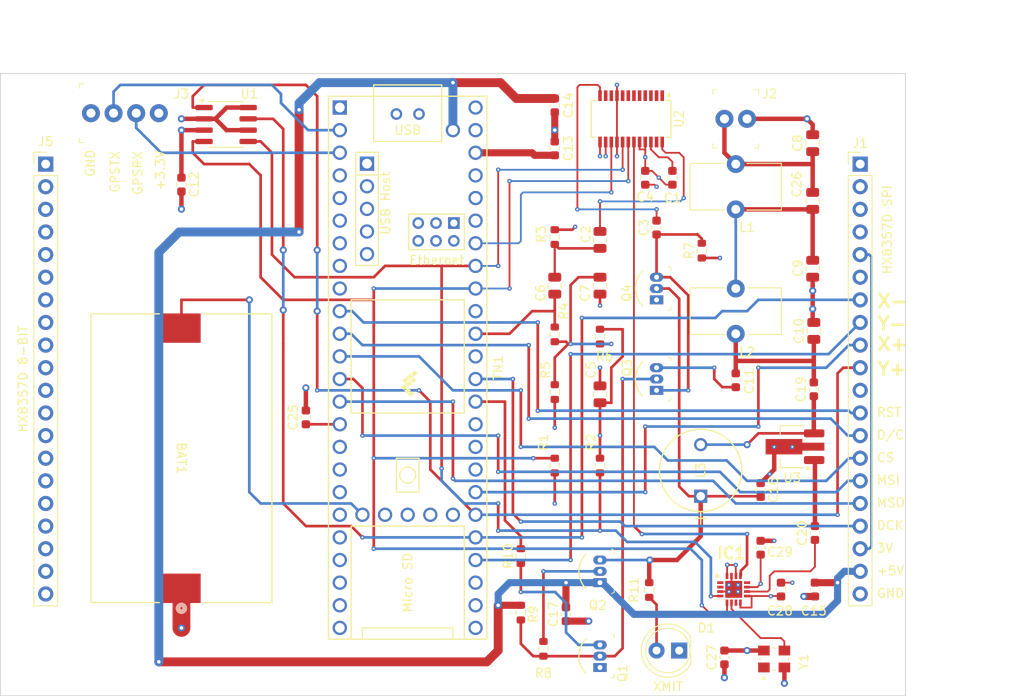
<source format=kicad_pcb>
(kicad_pcb (version 20240108) (generator "pcbnew") (generator_version "8.0")
  (layers (0 "F.Cu" signal) (1 "In1.Cu" power) (2 "In2.Cu" power) (31 "B.Cu" signal) (34 "B.Paste" user) (35 "F.Paste" user) (36 "B.SilkS" user "B.Silkscreen") (37 "F.SilkS" user "F.Silkscreen") (38 "B.Mask" user) (39 "F.Mask" user) (44 "Edge.Cuts" user))
  (net 0 "")
  (net 1 "Net-(TN1-VBAT)")
  (net 2 "GND")
  (net 3 "+3.3V")
  (net 4 "Net-(U2-DBYP)")
  (net 5 "Net-(C2-Pad2)")
  (net 6 "Net-(U2-LOUT{slash}[DFS])")
  (net 7 "Net-(Q3-S)")
  (net 8 "Net-(U2-AMI)")
  (net 9 "Net-(TN1-16_A2_RX4_SCL1)")
  (net 10 "Net-(C7-Pad2)")
  (net 11 "Net-(J2-ANT)")
  (net 12 "Net-(C26-Pad1)")
  (net 13 "Net-(C10-Pad1)")
  (net 14 "Net-(Q3-D)")
  (net 15 "+5V")
  (net 16 "/XCLK")
  (net 17 "/RCLK")
  (net 18 "/XMIT")
  (net 19 "Net-(C20-Pad2)")
  (net 20 "/PTT")
  (net 21 "Net-(D1-A)")
  (net 22 "Net-(Q1-B)")
  (net 23 "/RECV")
  (net 24 "Net-(Q2-B)")
  (net 25 "/SDA")
  (net 26 "/SCL")
  (net 30 "/MOSI")
  (net 31 "/Y-")
  (net 37 "/Y+")
  (net 38 "/X-")
  (net 51 "Net-(C19-Pad1)")
  (net 52 "Net-(J1-RST)")
  (net 57 "/MISO")
  (net 65 "/X+")
  (net 66 "/DCLK")
  (net 76 "Net-(TN1-20_A6_TX5_LRCLK1)")
  (net 90 "Net-(IC1-CLKIN)")
  (net 95 "Net-(J1-D{slash}C)")
  (net 97 "Net-(J1-CS)")
  (net 98 "Net-(J1-3Vo)")
  (net 102 "/GPSTX")
  (net 103 "/GPSRX")
  (footprint "Capacitor_SMD:C_0603_1608Metric" (layer "F.Cu") (at 177.038 62.497 90)
    (property "Reference" "C1")
    (property "Value" "0.1UF" (hide yes))
  )
  (footprint "MountingHole:MountingHole_2mm" (layer "F.Cu") (at 106.68 115.062)
    (property "Reference" "REF**" (hide yes))
    (property "Value" "MountingHole_2mm" (hide yes))
  )
  (footprint "teensy:Teensy41" (layer "F.Cu") (at 147.32 83.82 -90)
    (property "Reference" "TN1")
    (property "Value" "Teensy4.1" (hide yes))
  )
  (footprint "Resistor_SMD:R_0603_1608Metric" (layer "F.Cu") (at 163.83 94.805 -90)
    (property "Reference" "R1")
    (property "Value" "2.0K" (hide yes))
  )
  (footprint "ASTX_H11_25_000MHZ_T:XTAL_ASTX-H11-25.000MHZ-T" (layer "F.Cu") (at 188.461 116.52 90)
    (property "Reference" "Y1")
    (property "Value" "ASTX-H11-25.000MHZ-T" (hide yes))
  )
  (footprint "Capacitor_SMD:C_0805_2012Metric" (layer "F.Cu") (at 168.91 74.61 90)
    (property "Reference" "C7")
    (property "Value" "10UF" (hide yes))
  )
  (footprint "BU2032SM:BU2032SM-JJ-GTR_MPD" (layer "F.Cu") (at 121.92 93.98 -90)
    (property "Reference" "BAT1")
    (property "Value" "BU2032SM-JJ-GTR")
  )
  (footprint "digikey-footprints:PinHeader_1x2_P2.54mm_Drill1.02mm" (layer "F.Cu") (at 182.88 55.88)
    (property "Reference" "J2")
    (property "Value" "22-23-2021" (hide yes))
  )
  (footprint "Inductor_THT:L_Toroid_Vertical_L10.0mm_W5.0mm_P5.08mm" (layer "F.Cu") (at 184.15 66.04 180)
    (property "Reference" "L1")
    (property "Value" "0.5uH" (hide yes))
  )
  (footprint "Resistor_SMD:R_0603_1608Metric" (layer "F.Cu") (at 160.02 104.965 90)
    (property "Reference" "R10")
    (property "Value" "5.1K" (hide yes))
  )
  (footprint "SI5351C-B-GM1:QFN50P300X300X90-17N-D" (layer "F.Cu") (at 183.92 108.7)
    (property "Reference" "IC1")
    (property "Value" "SI5351C-B-GM1" (hide yes))
  )
  (footprint "MountingHole:MountingHole_2mm" (layer "F.Cu") (at 106.68 54.102)
    (property "Reference" "REF**" (hide yes))
    (property "Value" "MountingHole_2mm" (hide yes))
  )
  (footprint "Capacitor_SMD:C_0805_2012Metric" (layer "F.Cu") (at 168.91 86.802 -90)
    (property "Reference" "C5")
    (property "Value" "10UF" (hide yes))
  )
  (footprint "Capacitor_SMD:C_0603_1608Metric" (layer "F.Cu") (at 184.15 85.23 90)
    (property "Reference" "C11")
    (property "Value" "0.1UF" (hide yes))
  )
  (footprint "digikey-footprints:TO-92-3" (layer "F.Cu") (at 168.91 117.475 90)
    (property "Reference" "Q1")
    (property "Value" "2N3904" (hide yes))
  )
  (footprint "Capacitor_SMD:C_0603_1608Metric" (layer "F.Cu") (at 173.99 62.497 90)
    (property "Reference" "C4")
    (property "Value" "0.1UF" (hide yes))
  )
  (footprint "footprints:IND_BOURNS_RLB9012" (layer "F.Cu") (at 180.213 98.2472 90)
    (property "Reference" "L3")
    (property "Value" "1.0mH")
  )
  (footprint "Inductor_THT:L_Toroid_Vertical_L10.0mm_W5.0mm_P5.08mm" (layer "F.Cu") (at 184.15 80.01 180)
    (property "Reference" "L2")
    (property "Value" "0.5uH" (hide yes))
  )
  (footprint "Capacitor_SMD:C_0805_2012Metric" (layer "F.Cu") (at 163.83 74.61 -90)
    (property "Reference" "C6")
    (property "Value" "10UF" (hide yes))
  )
  (footprint "Connector_PinHeader_2.54mm:PinHeader_1x20_P2.54mm_Vertical" (layer "F.Cu") (at 198.12 60.96)
    (property "Reference" "J1")
    (property "Value" "HX8357D SPI")
  )
  (footprint "Capacitor_SMD:C_0603_1608Metric" (layer "F.Cu") (at 121.92 63.259 -90)
    (property "Reference" "C12")
    (property "Value" "0.1UF" (hide yes))
  )
  (footprint "Capacitor_SMD:C_0603_1608Metric" (layer "F.Cu") (at 193.04 102.375 90)
    (property "Reference" "C20")
    (property "Value" "0.1UF" (hide yes))
  )
  (footprint "Package_SO:SOIC-8_3.9x4.9mm_P1.27mm" (layer "F.Cu") (at 126.935 56.515)
    (property "Reference" "U1")
    (property "Value" "MCP3422A1T-E/SN" (hide yes))
  )
  (footprint "Capacitor_SMD:C_0603_1608Metric" (layer "F.Cu") (at 189.23 108.725 90)
    (property "Reference" "C28")
    (property "Value" "0.1UF" (hide yes))
  )
  (footprint "Capacitor_SMD:C_0805_2012Metric" (layer "F.Cu") (at 192.786 65.09 90)
    (property "Reference" "C26")
    (property "Value" "47PF" (hide yes))
  )
  (footprint "Capacitor_SMD:C_0603_1608Metric" (layer "F.Cu") (at 193.04 108.725 90)
    (property "Reference" "C15")
    (property "Value" "0.1UF" (hide yes))
  )
  (footprint "MountingHole:MountingHole_2mm" (layer "F.Cu") (at 198.12 115.062)
    (property "Reference" "REF**" (hide yes))
    (property "Value" "MountingHole_2mm" (hide yes))
  )
  (footprint "Capacitor_SMD:C_0603_1608Metric" (layer "F.Cu") (at 175.26 68.085 90)
    (property "Reference" "C3")
    (property "Value" "0.1UF" (hide yes))
  )
  (footprint "Resistor_SMD:R_0603_1608Metric" (layer "F.Cu") (at 160.02 111.315 90)
    (property "Reference" "R9")
    (property "Value" "5.1K" (hide yes))
  )
  (footprint "Resistor_SMD:R_0603_1608Metric" (layer "F.Cu") (at 180.34 70.675 90)
    (property "Reference" "R7")
    (property "Value" "51 OHM" (hide yes))
  )
  (footprint "digikey-footprints:TO-92-3" (layer "F.Cu") (at 168.91 107.95 90)
    (property "Reference" "Q2")
    (property "Value" "2N3906" (hide yes))
  )
  (footprint "Resistor_SMD:R_0603_1608Metric" (layer "F.Cu") (at 168.91 94.805 90)
    (property "Reference" "R2")
    (property "Value" "2.0K" (hide yes))
  )
  (footprint "Capacitor_SMD:C_0805_2012Metric" (layer "F.Cu") (at 192.786 72.71 -90)
    (property "Reference" "C9")
    (property "Value" "243PF" (hide yes))
  )
  (footprint "digikey-footprints:TO-92-3" (layer "F.Cu") (at 175.26 76.2 90)
    (property "Reference" "Q4")
    (property "Value" "2N7000" (hide yes))
  )
  (footprint "Capacitor_SMD:C_0805_2012Metric" (layer "F.Cu") (at 192.786 58.608 90)
    (property "Reference" "C8")
    (property "Value" "75PF" (hide yes))
  )
  (footprint "Capacitor_SMD:C_0603_1608Metric" (layer "F.Cu") (at 186.944 104.026 -90)
    (property "Reference" "C29")
    (property "Value" "0.1UF" (hide yes))
  )
  (footprint "LED_THT:LED_D5.0mm" (layer "F.Cu") (at 177.8 115.57 180)
    (property "Reference" "D1")
    (property "Value" "XMIT")
  )
  (footprint "Resistor_SMD:R_0603_1608Metric" (layer "F.Cu") (at 174.435 108.775 -90)
    (property "Reference" "R11")
    (property "Value" "510 Ohm" (hide yes))
  )
  (footprint "Resistor_SMD:R_0603_1608Metric" (layer "F.Cu") (at 163.83 80.073 90)
    (property "Reference" "R4")
    (property "Value" "47K" (hide yes))
  )
  (footprint "Capacitor_SMD:C_0603_1608Metric" (layer "F.Cu") (at 135.89 89.395 90)
    (property "Reference" "C25")
    (property "Value" "0.1UF" (hide yes))
  )
  (footprint "Capacitor_SMD:C_0603_1608Metric" (layer "F.Cu") (at 163.83 59.195 90)
    (property "Reference" "C13")
    (property "Value" "0.1UF" (hide yes))
  )
  (footprint "Resistor_SMD:R_0603_1608Metric" (layer "F.Cu") (at 162.56 115.38 -90)
    (property "Reference" "R8")
    (property "Value" "510 Ohm" (hide yes))
  )
  (footprint "Capacitor_SMD:C_0603_1608Metric" (layer "F.Cu") (at 163.83 54.369 90)
    (property "Reference" "C14")
    (property "Value" "0.1UF" (hide yes))
  )
  (footprint "digikey-footprints:TO-92-3" (layer "F.Cu") (at 175.26 86.36 90)
    (property "Reference" "Q3")
    (property "Value" "2N7000" (hide yes))
  )
  (footprint "MountingHole:MountingHole_2mm" (layer "F.Cu") (at 198.12 54.102)
    (property "Reference" "REF**" (hide yes))
    (property "Value" "MountingHole_2mm" (hide yes))
  )
  (footprint "Resistor_SMD:R_0603_1608Metric" (layer "F.Cu") (at 163.83 86.55 90)
    (property "Reference" "R5")
    (property "Value" "2.0K" (hide yes))
  )
  (footprint "Package_TO_SOT_SMD:SOT-89-3_Handsoldering" (layer "F.Cu") (at 190.5 92.686 180)
    (property "Reference" "U3")
    (property "Value" "GVA-84+" (hide yes))
  )
  (footprint "Capacitor_SMD:C_0603_1608Metric" (layer "F.Cu") (at 186.944 97.549 -90)
    (property "Reference" "C16")
    (property "Value" "0.1UF" (hide yes))
  )
  (footprint "Package_SO:SSOP-24_3.9x8.7mm_P0.635mm" (layer "F.Cu") (at 172.4025 55.88 -90)
    (property "Reference" "U2")
    (property "Value" "Si4735-D60-GU" (hide yes))
  )
  (footprint "digikey-footprints:PinHeader_1x4_P2.54mm_Drill1.02mm" (layer "F.Cu") (at 111.76 55.245)
    (property "Reference" "J3")
    (property "Value" "GPS" (hide yes))
  )
  (footprint "Capacitor_SMD:C_0603_1608Metric" (layer "F.Cu") (at 165.087 111.493 90)
    (property "Reference" "C17")
    (property "Value" "0.1UF" (hide yes))
  )
  (footprint "Resistor_SMD:R_0603_1608Metric" (layer "F.Cu") (at 168.91 80.327 90)
    (property "Reference" "R6")
    (property "Value" "10K" (hide yes))
  )
  (footprint "Capacitor_SMD:C_0805_2012Metric" (layer "F.Cu") (at 168.91 69.471 -90)
    (property "Reference" "C2")
    (property "Value" "10UF" (hide yes))
  )
  (footprint "Capacitor_SMD:C_0603_1608Metric" (layer "F.Cu") (at 182.88 116.345 90)
    (property "Reference" "C27")
    (property "Value" "0.1UF" (hide yes))
  )
  (footprint "Resistor_SMD:R_0603_1608Metric" (layer "F.Cu") (at 163.83 69.151 -90)
    (property "Reference" "R3")
    (property "Value" "47K" (hide yes))
  )
  (footprint "Connector_PinHeader_2.54mm:PinHeader_1x20_P2.54mm_Vertical" (layer "F.Cu") (at 106.68 60.96)
    (property "Reference" "J5")
    (property "Value" "HX8357D 8-BIT")
  )
  (footprint "Capacitor_SMD:C_0805_2012Metric" (layer "F.Cu") (at 192.913 79.69 90)
    (property "Reference" "C10")
    (property "Value" "75PF" (hide yes))
  )
  (footprint "Capacitor_SMD:C_0603_1608Metric" (layer "F.Cu") (at 192.913 86.246 90)
    (property "Reference" "C19")
    (property "Value" "0.1UF" (hide yes))
  )
  (gr_rect (start 101.6 50.8) (end 203.2 120.65) (stroke (width 0.1)) (fill none) (layer "Edge.Cuts"))
  (gr_text "D/C" (at 199.898 91.948 0) (layer "F.SilkS") (effects (font (size 1 1)) (justify left bottom)))
  (gr_text "MSO" (at 199.898 99.568 0) (layer "F.SilkS") (effects (font (size 1 1)) (justify left bottom)))
  (gr_text "GND" (at 112.268 62.484 90) (layer "F.SilkS") (effects (font (size 1 1)) (justify left bottom)))
  (gr_text "CS" (at 199.898 94.488 0) (layer "F.SilkS") (effects (font (size 1 1)) (justify left bottom)))
  (gr_text "Y-" (at 199.898 79.756 0) (layer "F.SilkS") (effects (font (size 1.5 1.5) (thickness 0.3) (bold yes)) (justify left bottom)))
  (gr_text "RST" (at 199.898 89.408 0) (layer "F.SilkS") (effects (font (size 1 1)) (justify left bottom)))
  (gr_text "X+" (at 199.898 82.042 0) (layer "F.SilkS") (effects (font (size 1.5 1.5) (thickness 0.3) (bold yes)) (justify left bottom)))
  (gr_text "MSI" (at 199.898 97.028 0) (layer "F.SilkS") (effects (font (size 1 1)) (justify left bottom)))
  (gr_text "GPSRX" (at 117.602 64.516 90) (layer "F.SilkS") (effects (font (size 1 1)) (justify left bottom)))
  (gr_text "+3.3V" (at 120.142 64.008 90) (layer "F.SilkS") (effects (font (size 1 1)) (justify left bottom)))
  (gr_text "+5V" (at 199.898 107.188 0) (layer "F.SilkS") (effects (font (size 1 1)) (justify left bottom)))
  (gr_text "DCK" (at 199.898 102.108 0) (layer "F.SilkS") (effects (font (size 1 1)) (justify left bottom)))
  (gr_text "GPSTX" (at 115.062 64.262 90) (layer "F.SilkS") (effects (font (size 1 1)) (justify left bottom)))
  (gr_text "GND" (at 199.898 109.728 0) (layer "F.SilkS") (effects (font (size 1 1)) (justify left bottom)))
  (gr_text "Y+" (at 199.898 84.836 0) (layer "F.SilkS") (effects (font (size 1.5 1.5) (thickness 0.3) (bold yes)) (justify left bottom)))
  (gr_text "3V" (at 199.898 104.648 0) (layer "F.SilkS") (effects (font (size 1 1)) (justify left bottom)))
  (gr_text "X-" (at 199.898 77.216 0) (layer "F.SilkS") (effects (font (size 1.5 1.5) (thickness 0.3) (bold yes)) (justify left bottom)))
  (segment (start 121.92 76.2) (end 129.54 76.2) (width 0.3) (layer "F.Cu") (net 1))
  (segment (start 121.92 79.375) (end 121.92 76.2) (width 0.3) (layer "F.Cu") (net 1))
  (via (at 129.54 76.2) (size 0.8) (drill 0.4) (layers "F.Cu" "B.Cu") (net 1))
  (segment (start 129.54 97.79) (end 129.54 76.2) (width 0.3) (layer "B.Cu") (net 1))
  (segment (start 140.97 99.06) (end 130.81 99.06) (width 0.3) (layer "B.Cu") (net 1))
  (segment (start 142.24 100.33) (end 140.97 99.06) (width 0.3) (layer "B.Cu") (net 1))
  (segment (start 130.81 99.06) (end 129.54 97.79) (width 0.3) (layer "B.Cu") (net 1))
  (segment (start 163.83 90.551) (end 163.83 90.678) (width 0.3) (layer "F.Cu") (net 2))
  (segment (start 189.611 119.253) (end 189.611 118.999) (width 0.2) (layer "F.Cu") (net 2))
  (segment (start 183.372 108.95) (end 183.388 108.966) (width 0.2) (layer "F.Cu") (net 2))
  (segment (start 173.99 63.272) (end 175.032 63.272) (width 0.2) (layer "F.Cu") (net 2))
  (segment (start 125.73 55.88) (end 127 57.15) (width 0.5) (layer "F.Cu") (net 2))
  (segment (start 165.798 68.326) (end 166.116 68.008) (width 0.3) (layer "F.Cu") (net 2))
  (segment (start 183.67 108.95) (end 183.92 108.7) (width 0.2) (layer "F.Cu") (net 2))
  (segment (start 175.032 63.272) (end 175.26 63.5) (width 0.2) (layer "F.Cu") (net 2))
  (segment (start 168.91 58.48) (end 168.91 60.071) (width 0.2) (layer "F.Cu") (net 2))
  (segment (start 192.786 78.613) (end 192.913 78.74) (width 0.5) (layer "F.Cu") (net 2))
  (segment (start 170.815 53.28) (end 170.815 52.07) (width 0.2) (layer "F.Cu") (net 2))
  (segment (start 182.42 108.95) (end 183.67 108.95) (width 0.2) (layer "F.Cu") (net 2))
  (segment (start 183.67 107.2) (end 183.67 108.45) (width 0.2) (layer "F.Cu") (net 2))
  (segment (start 192.786 75.184) (end 192.786 77.216) (width 0.5) (layer "F.Cu") (net 2))
  (segment (start 188.468 92.71) (end 188.468 95.25) (width 0.5) (layer "F.Cu") (net 2))
  (segment (start 191.7706 109.5) (end 191.77 109.4994) (width 0.2) (layer "F.Cu") (net 2))
  (segment (start 183.388 108.966) (end 183.404 108.95) (width 0.2) (layer "F.Cu") (net 2))
  (segment (start 193.04 109.5) (end 191.796 109.5) (width 0.8) (layer "F.Cu") (net 2))
  (segment (start 191.7948 109.5) (end 191.7706 109.5) (width 0.2) (layer "F.Cu") (net 2))
  (segment (start 170.815 58.48) (end 170.815 60.071) (width 0.2) (layer "F.Cu") (net 2))
  (segment (start 127 57.15) (end 129.41 57.15) (width 0.5) (layer "F.Cu") (net 2))
  (segment (start 189.611 117.47) (end 189.611 119.253) (width 0.5) (layer "F.Cu") (net 2))
  (segment (start 186.944 103.251) (end 188.468 103.251) (width 0.5) (layer "F.Cu") (net 2))
  (segment (start 182.88 117.12) (end 182.88 118.618) (width 0.5) (layer "F.Cu") (net 2))
  (segment (start 121.92 64.262) (end 121.92 66.014) (width 0.5) (layer "F.Cu") (net 2))
  (segment (start 183.404 108.95) (end 183.67 108.95) (width 0.2) (layer "F.Cu") (net 2))
  (segment (start 135.89 88.62) (end 135.89 86.08) (width 0.5) (layer "F.Cu") (net 2))
  (segment (start 192.786 77.216) (end 192.786 78.613) (width 0.5) (layer "F.Cu") (net 2))
  (segment (start 192.786 56.515) (end 192.151 55.88) (width 0.5) (layer "F.Cu") (net 2))
  (segment (start 124.46 55.88) (end 125.73 55.88) (width 0.5) (layer "F.Cu") (net 2))
  (segment (start 191.7954 109.4994) (end 191.7948 109.5) (width 0.2) (layer "F.Cu") (net 2))
  (segment (start 182.244 71.5) (end 182.245 71.501) (width 0.3) (layer "F.Cu") (net 2))
  (segment (start 187.96 95.758) (end 186.944 96.774) (width 0.5) (layer "F.Cu") (net 2))
  (segment (start 183.388 108.204) (end 183.642 108.458) (width 0.2) (layer "F.Cu") (net 2))
  (segment (start 191.796 109.5) (end 191.7954 109.4994) (width 0.2) (layer "F.Cu") (net 2))
  (segment (start 163.83 87.375) (end 163.83 90.551) (width 0.3) (layer "F.Cu") (net 2))
  (segment (start 190.5 107.95) (end 189.23 107.95) (width 0.2) (layer "F.Cu") (net 2))
  (segment (start 180.34 71.5) (end 182.244 71.5) (width 0.3) (layer "F.Cu") (net 2))
  (segment (start 182.245 71.501) (end 182.372 71.501) (width 0.3) (layer "F.Cu") (net 2))
  (segment (start 183.67 108.45) (end 183.92 108.7) (width 0.2) (layer "F.Cu") (net 2))
  (segment (start 168.91 76.835) (end 168.91 75.56) (width 0.3) (layer "F.Cu") (net 2))
  (segment (start 165.087 112.268) (end 167.64 112.268) (width 0.8) (layer "F.Cu") (net 2))
  (segment (start 192.786 73.66) (end 192.786 75.184) (width 0.5) (layer "F.Cu") (net 2))
  (segment (start 183.642 108.458) (end 183.67 108.45) (width 0.2) (layer "F.Cu") (net 2))
  (segment (start 124.46 55.88) (end 121.92 55.88) (width 0.5) (layer "F.Cu") (net 2))
  (segment (start 126.365 55.245) (end 127 54.61) (width 0.5) (layer "F.Cu") (net 2))
  (segment (start 188.468 95.25) (end 187.96 95.758) (width 0.5) (layer "F.Cu") (net 2))
  (segment (start 163.83 68.326) (end 165.798 68.326) (width 0.3) (layer "F.Cu") (net 2))
  (segment (start 125.73 55.88) (end 126.365 55.245) (width 0.5) (layer "F.Cu") (net 2))
  (segment (start 127 54.61) (end 129.41 54.61) (width 0.5) (layer "F.Cu") (net 2))
  (segment (start 169.545 58.48) (end 169.545 60.071) (width 0.2) (layer "F.Cu") (net 2))
  (segment (start 121.92 113.03) (end 121.92 108.585) (width 2) (layer "F.Cu") (net 2))
  (segment (start 192.151 55.88) (end 185.42 55.88) (width 0.5) (layer "F.Cu") (net 2))
  (segment (start 182.372 71.628) (end 182.245 71.501) (width 0.3) (layer "F.Cu") (net 2))
  (segment (start 163.83 55.144) (end 163.83 58.42) (width 0.8) (layer "F.Cu") (net 2))
  (segment (start 168.91 85.852) (end 168.91 83.82) (width 0.3) (layer "F.Cu") (net 2))
  (segment (start 192.786 57.658) (end 192.786 56.515) (width 0.5) (layer "F.Cu") (net 2))
  (segment (start 170.815 58.48) (end 170.815 53.28) (width 0.2) (layer "F.Cu") (net 2))
  (via (at 188.468 103.251) (size 0.5) (drill 0.2) (layers "F.Cu" "B.Cu") (net 2))
  (via (at 183.388 108.966) (size 0.5) (drill 0.2) (layers "F.Cu" "B.Cu") (net 2))
  (via (at 184.404 108.966) (size 0.5) (drill 0.2) (layers "F.Cu" "B.Cu") (net 2))
  (via (at 163.83 90.551) (size 0.5) (drill 0.2) (layers "F.Cu" "B.Cu") (net 2))
  (via (at 168.91 83.82) (size 0.5) (drill 0.2) (layers "F.Cu" "B.Cu") (net 2))
  (via (at 121.92 66.014) (size 0.8) (drill 0.4) (layers "F.Cu" "B.Cu") (net 2))
  (via (at 135.89 86.08) (size 0.8) (drill 0.4) (layers "F.Cu" "B.Cu") (net 2))
  (via (at 167.64 112.268) (size 0.8) (drill 0.4) (layers "F.Cu" "B.Cu") (net 2))
  (via (at 182.372 71.501) (size 0.5) (drill 0.2) (layers "F.Cu" "B.Cu") (net 2))
  (via (at 190.5 92.71) (size 0.5) (drill 0.2) (layers "F.Cu" "B.Cu") (net 2))
  (via (at 166.116 68.008) (size 0.5) (drill 0.2) (layers "F.Cu" "B.Cu") (net 2))
  (via (at 175.26 63.5) (size 0.5) (drill 0.2) (layers "F.Cu" "B.Cu") (net 2))
  (via (at 188.468 92.71) (size 0.5) (drill 0.2) (layers "F.Cu" "B.Cu") (net 2))
  (via (at 183.388 108.204) (size 0.5) (drill 0.2) (layers "F.Cu" "B.Cu") (net 2))
  (via (at 163.83 57.15) (size 0.8) (drill 0.4) (layers "F.Cu" "B.Cu") (net 2))
  (via (at 121.92 55.88) (size 0.8) (drill 0.4) (layers "F.Cu" "B.Cu") (net 2))
  (via (at 168.91 60.071) (size 0.5) (drill 0.2) (layers "F.Cu" "B.Cu") (net 2))
  (via (at 170.815 52.07) (size 0.5) (drill 0.2) (layers "F.Cu" "B.Cu") (net 2))
  (via (at 168.91 76.835) (size 0.5) (drill 0.2) (layers "F.Cu" "B.Cu") (net 2))
  (via (at 184.404 108.204) (size 0.5) (drill 0.2) (layers "F.Cu" "B.Cu") (net 2))
  (via (at 192.151 55.88) (size 0.8) (drill 0.4) (layers "F.Cu" "B.Cu") (net 2))
  (via (at 189.611 119.253) (size 0.8) (drill 0.4) (layers "F.Cu" "B.Cu") (net 2))
  (via (at 192.786 75.184) (size 0.8) (drill 0.4) (layers "F.Cu" "B.Cu") (net 2))
  (via (at 170.815 60.071) (size 0.5) (drill 0.2) (layers "F.Cu" "B.Cu") (net 2))
  (via (at 192.786 77.216) (size 0.8) (drill 0.4) (layers "F.Cu" "B.Cu") (net 2))
  (via (at 121.92 113.03) (size 0.8) (drill 0.4) (layers "F.Cu" "B.Cu") (net 2))
  (via (at 169.545 60.071) (size 0.5) (drill 0.2) (layers "F.Cu" "B.Cu") (net 2))
  (via (at 191.7954 109.4994) (size 0.8) (drill 0.4) (layers "F.Cu" "B.Cu") (net 2))
  (via (at 187.96 95.758) (size 0.5) (drill 0.2) (layers "F.Cu" "B.Cu") (net 2))
  (via (at 190.5 107.95) (size 0.5) (drill 0.2) (layers "F.Cu" "B.Cu") (net 2))
  (via (at 182.88 118.618) (size 0.8) (drill 0.4) (layers "F.Cu" "B.Cu") (net 2))
  (segment (start 163.83 95.63) (end 163.83 99.06) (width 0.3) (layer "F.Cu") (net 3))
  (segment (start 186.9948 104.8518) (end 186.944 104.801) (width 0.2) (layer "F.Cu") (net 3))
  (segment (start 173.355 58.48) (end 173.355 59.309) (width 0.2) (layer "F.Cu") (net 3))
  (segment (start 168.91 79.502) (end 171.45 79.502) (width 0.3) (layer "F.Cu") (net 3))
  (segment (start 184.15 105.9688) (end 184.17 105.9742) (width 0.2) (layer "F.Cu") (net 3))
  (segment (start 184.17 105.9742) (end 184.1754 105.9688) (width 0.2) (layer "F.Cu") (net 3))
  (segment (start 173.99 60.198) (end 173.99 61.722) (width 0.2) (layer "F.Cu") (net 3))
  (segment (start 189.18 109.45) (end 189.23 109.5) (width 0.2) (layer "F.Cu") (net 3))
  (segment (start 183.2102 105.9688) (end 183.1848 105.9434) (width 0.2) (layer "F.Cu") (net 3))
  (segment (start 139.7 90.17) (end 135.89 90.17) (width 0.3) (layer "F.Cu") (net 3))
  (segment (start 184.17 107.2) (end 184.15 105.9688) (width 0.2) (layer "F.Cu") (net 3))
  (segment (start 184.658 110.744) (end 185.928 110.744) (width 0.2) (layer "F.Cu") (net 3))
  (segment (start 170.175 87.752) (end 168.91 87.752) (width 0.3) (layer "F.Cu") (net 3))
  (segment (start 177.038 63.272) (end 176.302 63.272) (width 0.2) (layer "F.Cu") (net 3))
  (segment (start 173.355 59.309) (end 173.99 59.309) (width 0.2) (layer "F.Cu") (net 3))
  (segment (start 187.311 115.57) (end 185.42 115.57) (width 0.5) (layer "F.Cu") (net 3))
  (segment (start 176.302 63.272) (end 175.514 62.484) (width 0.2) (layer "F.Cu") (net 3))
  (segment (start 185.42 109.45) (end 185.928 109.45) (width 0.2) (layer "F.Cu") (net 3))
  (segment (start 183.17 105.954) (end 183.1594 105.9434) (width 0.2) (layer "F.Cu") (net 3))
  (segment (start 188.087 109.474) (end 188.111 109.45) (width 0.2) (layer "F.Cu") (net 3))
  (segment (start 184.67 110.732) (end 184.658 110.744) (width 0.2) (layer "F.Cu") (net 3))
  (segment (start 186.944 108.077) (end 186.944 105.918) (width 0.2) (layer "F.Cu") (net 3))
  (segment (start 168.91 91.44) (end 168.91 87.752) (width 0.3) (layer "F.Cu") (net 3))
  (segment (start 186.571 108.45) (end 186.944 108.077) (width 0.2) (layer "F.Cu") (net 3))
  (segment (start 161.57 59.97) (end 163.83 59.97) (width 0.8) (layer "F.Cu") (net 3))
  (segment (start 188.111 109.45) (end 189.18 109.45) (width 0.2) (layer "F.Cu") (net 3))
  (segment (start 171.45 82.55) (end 170.18 83.82) (width 0.3) (layer "F.Cu") (net 3))
  (segment (start 173.99 58.48) (end 173.99 59.309) (width 0.2) (layer "F.Cu") (net 3))
  (segment (start 185.42 108.45) (end 186.571 108.45) (width 0.2) (layer "F.Cu") (net 3))
  (segment (start 188.063 109.45) (end 188.087 109.474) (width 0.2) (layer "F.Cu") (net 3))
  (segment (start 173.99 59.309) (end 173.99 60.198) (width 0.2) (layer "F.Cu") (net 3))
  (segment (start 168.91 93.98) (end 168.91 91.44) (width 0.3) (layer "F.Cu") (net 3))
  (segment (start 183.1848 105.9434) (end 183.17 105.954) (width 0.2) (layer "F.Cu") (net 3))
  (segment (start 186.944 105.918) (end 186.944 104.801) (width 0.2) (layer "F.Cu") (net 3))
  (segment (start 184.67 110.2) (end 184.67 110.732) (width 0.2) (layer "F.Cu") (net 3))
  (segment (start 185.928 110.744) (end 185.928 109.45) (width 0.2) (layer "F.Cu") (net 3))
  (segment (start 183.17 107.2) (end 183.1848 105.9434) (width 0.2) (layer "F.Cu") (net 3))
  (segment (start 185.928 109.45) (end 186.436 109.45) (width 0.2) (layer "F.Cu") (net 3))
  (segment (start 170.18 83.82) (end 170.18 87.757) (width 0.3) (layer "F.Cu") (net 3))
  (segment (start 184.15 105.9688) (end 183.2102 105.9688) (width 0.2) (layer "F.Cu") (net 3))
  (segment (start 121.92 57.15) (end 124.46 57.15) (width 0.5) (layer "F.Cu") (net 3))
  (segment (start 175.514 62.484) (end 174.752 61.722) (width 0.2) (layer "F.Cu") (net 3))
  (segment (start 154.94 59.69) (end 161.29 59.69) (width 0.8) (layer "F.Cu") (net 3))
  (segment (start 171.45 79.502) (end 171.45 82.55) (width 0.3) (layer "F.Cu") (net 3))
  (segment (start 186.436 109.45) (end 188.063 109.45) (width 0.2) (layer "F.Cu") (net 3))
  (segment (start 161.29 59.69) (end 161.57 59.97) (width 0.8) (layer "F.Cu") (net 3))
  (segment (start 185.42 115.57) (end 182.88 115.57) (width 0.5) (layer "F.Cu") (net 3))
  (segment (start 170.18 87.757) (end 170.175 87.752) (width 0.3) (layer "F.Cu") (net 3))
  (segment (start 174.752 61.722) (end 173.99 61.722) (width 0.2) (layer "F.Cu") (net 3))
  (segment (start 121.92 57.15) (end 121.92 62.484) (width 0.5) (layer "F.Cu") (net 3))
  (via (at 186.944 108.077) (size 0.5) (drill 0.2) (layers "F.Cu" "B.Cu") (net 3))
  (via (at 168.91 91.44) (size 0.5) (drill 0.2) (layers "F.Cu" "B.Cu") (net 3))
  (via (at 175.514 62.484) (size 0.5) (drill 0.2) (layers "F.Cu" "B.Cu") (net 3))
  (via (at 183.1848 105.9434) (size 0.5) (drill 0.2) (layers "F.Cu" "B.Cu") (net 3))
  (via (at 121.92 57.15) (size 0.8) (drill 0.4) (layers "F.Cu" "B.Cu") (net 3))
  (via (at 163.83 99.06) (size 0.5) (drill 0.2) (layers "F.Cu" "B.Cu") (net 3))
  (via (at 188.087 109.474) (size 0.5) (drill 0.2) (layers "F.Cu" "B.Cu") (net 3))
  (via (at 184.15 105.9688) (size 0.5) (drill 0.2) (layers "F.Cu" "B.Cu") (net 3))
  (via (at 173.99 60.198) (size 0.5) (drill 0.2) (layers "F.Cu" "B.Cu") (net 3))
  (via (at 185.42 115.57) (size 0.8) (drill 0.4) (layers "F.Cu" "B.Cu") (net 3))
  (segment (start 177.038 60.706) (end 177.038 61.722) (width 0.2) (layer "F.Cu") (net 4))
  (segment (start 176.53 60.198) (end 177.038 60.706) (width 0.2) (layer "F.Cu") (net 4))
  (segment (start 174.625 59.309) (end 175.514 60.198) (width 0.2) (layer "F.Cu") (net 4))
  (segment (start 174.625 58.48) (end 174.625 59.309) (width 0.2) (layer "F.Cu") (net 4))
  (segment (start 175.514 60.198) (end 176.53 60.198) (width 0.2) (layer "F.Cu") (net 4))
  (segment (start 164.275 70.421) (end 163.83 69.976) (width 0.3) (layer "F.Cu") (net 5))
  (segment (start 168.91 70.421) (end 164.275 70.421) (width 0.3) (layer "F.Cu") (net 5))
  (segment (start 163.83 73.66) (end 163.83 69.976) (width 0.25) (layer "F.Cu") (net 5))
  (segment (start 168.91 65.151) (end 168.91 68.521) (width 0.2) (layer "F.Cu") (net 6))
  (segment (start 175.895 59.309) (end 175.895 58.48) (width 0.2) (layer "F.Cu") (net 6))
  (segment (start 178.308 60.198) (end 177.8 59.69) (width 0.2) (layer "F.Cu") (net 6))
  (segment (start 177.8 59.69) (end 176.276 59.69) (width 0.2) (layer "F.Cu") (net 6))
  (segment (start 176.276 59.69) (end 175.895 59.309) (width 0.2) (layer "F.Cu") (net 6))
  (segment (start 178.308 64.77) (end 178.308 60.198) (width 0.2) (layer "F.Cu") (net 6))
  (via (at 178.308 64.77) (size 0.5) (drill 0.2) (layers "F.Cu" "B.Cu") (net 6))
  (via (at 168.91 65.151) (size 0.5) (drill 0.2) (layers "F.Cu" "B.Cu") (net 6))
  (segment (start 178.308 64.77) (end 177.927 65.151) (width 0.2) (layer "B.Cu") (net 6))
  (segment (start 177.927 65.151) (end 168.91 65.151) (width 0.2) (layer "B.Cu") (net 6))
  (segment (start 176.784 73.66) (end 178.816 75.692) (width 0.3) (layer "F.Cu") (net 7))
  (segment (start 180.34 69.342) (end 180.34 69.85) (width 0.3) (layer "F.Cu") (net 7))
  (segment (start 179.832 68.834) (end 180.34 69.342) (width 0.3) (layer "F.Cu") (net 7))
  (segment (start 175.26 73.66) (end 176.784 73.66) (width 0.3) (layer "F.Cu") (net 7))
  (segment (start 179.806 68.86) (end 179.832 68.834) (width 0.3) (layer "F.Cu") (net 7))
  (segment (start 175.26 73.66) (end 175.26 68.86) (width 0.3) (layer "F.Cu") (net 7))
  (segment (start 178.816 75.692) (end 178.816 86.36) (width 0.3) (layer "F.Cu") (net 7))
  (segment (start 175.26 68.86) (end 179.806 68.86) (width 0.3) (layer "F.Cu") (net 7))
  (via (at 178.816 86.36) (size 0.5) (drill 0.2) (layers "F.Cu" "B.Cu") (net 7))
  (segment (start 175.26 86.36) (end 178.816 86.36) (width 0.3) (layer "B.Cu") (net 7))
  (segment (start 168.91 52.324) (end 168.656 52.07) (width 0.2) (layer "F.Cu") (net 8))
  (segment (start 166.37 52.324) (end 166.37 66.04) (width 0.2) (layer "F.Cu") (net 8))
  (segment (start 175.26 67.31) (end 175.26 66.04) (width 0.2) (layer "F.Cu") (net 8))
  (segment (start 166.624 52.07) (end 166.37 52.324) (width 0.2) (layer "F.Cu") (net 8))
  (segment (start 168.91 53.28) (end 168.91 52.324) (width 0.2) (layer "F.Cu") (net 8))
  (segment (start 168.656 52.07) (end 166.624 52.07) (width 0.2) (layer "F.Cu") (net 8))
  (via (at 175.26 66.04) (size 0.5) (drill 0.2) (layers "F.Cu" "B.Cu") (net 8))
  (via (at 166.37 66.04) (size 0.5) (drill 0.2) (layers "F.Cu" "B.Cu") (net 8))
  (segment (start 175.26 66.04) (end 166.37 66.04) (width 0.2) (layer "B.Cu") (net 8))
  (segment (start 154.94 80.01) (end 158.75 80.01) (width 0.3) (layer "F.Cu") (net 9))
  (segment (start 163.83 75.56) (end 163.83 77.343) (width 0.3) (layer "F.Cu") (net 9))
  (segment (start 163.703 77.47) (end 163.83 77.343) (width 0.3) (layer "F.Cu") (net 9))
  (segment (start 163.83 77.343) (end 163.83 79.248) (width 0.3) (layer "F.Cu") (net 9))
  (segment (start 158.75 80.01) (end 161.29 77.47) (width 0.3) (layer "F.Cu") (net 9))
  (segment (start 161.29 77.47) (end 163.703 77.47) (width 0.3) (layer "F.Cu") (net 9))
  (segment (start 170.18 81.153) (end 170.179 81.152) (width 0.3) (layer "F.Cu") (net 10))
  (segment (start 163.83 80.898) (end 165.099 80.898) (width 0.3) (layer "F.Cu") (net 10))
  (segment (start 165.354 81.153) (end 165.608 81.153) (width 0.3) (layer "F.Cu") (net 10))
  (segment (start 166.497 73.66) (end 165.608 74.549) (width 0.3) (layer "F.Cu") (net 10))
  (segment (start 163.83 82.677) (end 165.354 81.153) (width 0.3) (layer "F.Cu") (net 10))
  (segment (start 163.83 85.725) (end 163.83 82.677) (width 0.3) (layer "F.Cu") (net 10))
  (segment (start 165.099 80.898) (end 165.354 81.153) (width 0.3) (layer "F.Cu") (net 10))
  (segment (start 165.608 74.549) (end 165.608 81.153) (width 0.3) (layer "F.Cu") (net 10))
  (segment (start 168.91 73.66) (end 166.497 73.66) (width 0.3) (layer "F.Cu") (net 10))
  (segment (start 168.91 81.152) (end 170.18 81.153) (width 0.3) (layer "F.Cu") (net 10))
  (via (at 170.18 81.153) (size 0.5) (drill 0.2) (layers "F.Cu" "B.Cu") (net 10))
  (via (at 165.608 81.153) (size 0.5) (drill 0.2) (layers "F.Cu" "B.Cu") (net 10))
  (segment (start 170.18 81.153) (end 165.608 81.153) (width 0.3) (layer "B.Cu") (net 10))
  (segment (start 192.786 59.624) (end 193.04 59.37) (width 0.3) (layer "F.Cu") (net 11))
  (segment (start 184.15 60.96) (end 192.786 60.96) (width 0.5) (layer "F.Cu") (net 11))
  (segment (start 193.04 64.14) (end 192.786 63.886) (width 0.3) (layer "F.Cu") (net 11))
  (segment (start 192.786 63.886) (end 192.786 61.214) (width 0.5) (layer "F.Cu") (net 11))
  (segment (start 182.88 55.88) (end 182.88 59.69) (width 0.5) (layer "F.Cu") (net 11))
  (segment (start 192.786 61.214) (end 192.786 59.624) (width 0.5) (layer "F.Cu") (net 11))
  (segment (start 182.88 59.69) (end 184.15 60.96) (width 0.5) (layer "F.Cu") (net 11))
  (segment (start 184.15 66.04) (end 192.786 66.04) (width 0.5) (layer "F.Cu") (net 12))
  (segment (start 192.786 71.506) (end 193.04 71.76) (width 0.3) (layer "F.Cu") (net 12))
  (segment (start 192.786 66.04) (end 192.786 71.506) (width 0.5) (layer "F.Cu") (net 12))
  (segment (start 184.15 74.93) (end 184.15 66.04) (width 0.3) (layer "B.Cu") (net 12))
  (segment (start 192.913 80.767) (end 192.913 83.058) (width 0.5) (layer "F.Cu") (net 13))
  (segment (start 184.15 80.01) (end 184.15 83.058) (width 0.5) (layer "F.Cu") (net 13))
  (segment (start 192.913 85.471) (end 192.913 83.058) (width 0.5) (layer "F.Cu") (net 13))
  (segment (start 192.913 83.058) (end 184.15 83.058) (width 0.5) (layer "F.Cu") (net 13))
  (segment (start 184.15 83.058) (end 184.15 84.455) (width 0.5) (layer "F.Cu") (net 13))
  (segment (start 192.786 80.64) (end 192.913 80.767) (width 0.3) (layer "F.Cu") (net 13))
  (segment (start 181.737 83.82) (end 181.737 85.09) (width 0.3) (layer "F.Cu") (net 14))
  (segment (start 184.15 86.005) (end 182.652 86.005) (width 0.3) (layer "F.Cu") (net 14))
  (segment (start 181.737 85.09) (end 182.652 86.005) (width 0.3) (layer "F.Cu") (net 14))
  (via (at 181.737 83.82) (size 0.5) (drill 0.2) (layers "F.Cu" "B.Cu") (net 14))
  (segment (start 175.26 83.82) (end 181.737 83.82) (width 0.3) (layer "B.Cu") (net 14))
  (segment (start 119.38 116.84) (end 156.21 116.84) (width 1) (layer "F.Cu") (net 15))
  (segment (start 157.48 115.57) (end 157.48 110.49) (width 1) (layer "F.Cu") (net 15))
  (segment (start 157.734 51.816) (end 152.4 51.816) (width 1) (layer "F.Cu") (net 15))
  (segment (start 135.128 68.58) (end 135.128 54.864) (width 1) (layer "F.Cu") (net 15))
  (segment (start 160.02 110.49) (end 157.48 110.49) (width 0.8) (layer "F.Cu") (net 15))
  (segment (start 152.4 51.816) (end 152.146 51.816) (width 1) (layer "F.Cu") (net 15))
  (segment (start 193.04 107.95) (end 195.326 107.95) (width 0.8) (layer "F.Cu") (net 15))
  (segment (start 165.087 107.963) (end 165.1 107.95) (width 0.5) (layer "F.Cu") (net 15))
  (segment (start 156.21 116.84) (end 157.48 115.57) (width 1) (layer "F.Cu") (net 15))
  (segment (start 159.512 53.594) (end 157.734 51.816) (width 1) (layer "F.Cu") (net 15))
  (segment (start 165.087 110.718) (end 165.087 107.963) (width 0.8) (layer "F.Cu") (net 15))
  (segment (start 163.83 53.594) (end 159.512 53.594) (width 1) (layer "F.Cu") (net 15))
  (via (at 165.1 107.95) (size 0.8) (drill 0.4) (layers "F.Cu" "B.Cu") (net 15))
  (via (at 135.128 54.864) (size 1) (drill 0.4) (layers "F.Cu" "B.Cu") (net 15))
  (via (at 135.128 68.58) (size 1) (drill 0.4) (layers "F.Cu" "B.Cu") (net 15))
  (via (at 119.38 116.84) (size 1) (drill 0.4) (layers "F.Cu" "B.Cu") (net 15))
  (via (at 157.48 110.49) (size 0.8) (drill 0.4) (layers "F.Cu" "B.Cu") (net 15))
  (via (at 195.58 107.95) (size 0.8) (drill 0.4) (layers "F.Cu" "B.Cu") (net 15))
  (via (at 152.4 51.816) (size 0.8) (drill 0.4) (layers "F.Cu" "B.Cu") (net 15))
  (segment (start 168.91 107.95) (end 165.1 107.95) (width 0.8) (layer "B.Cu") (net 15))
  (segment (start 195.58 107.442) (end 196.342 106.68) (width 0.8) (layer "B.Cu") (net 15))
  (segment (start 168.91 107.95) (end 169.164 107.95) (width 0.8) (layer "B.Cu") (net 15))
  (segment (start 195.58 107.95) (end 195.58 107.442) (width 0.8) (layer "B.Cu") (net 15))
  (segment (start 172.72 111.506) (end 194.056 111.506) (width 0.8) (layer "B.Cu") (net 15))
  (segment (start 152.4 57.15) (end 152.4 51.816) (width 1) (layer "B.Cu") (net 15))
  (segment (start 119.38 116.84) (end 119.38 70.866) (width 1) (layer "B.Cu") (net 15))
  (segment (start 158.75 107.95) (end 157.48 109.22) (width 0.8) (layer "B.Cu") (net 15))
  (segment (start 119.38 70.866) (end 121.666 68.58) (width 1) (layer "B.Cu") (net 15))
  (segment (start 196.342 106.68) (end 198.12 106.68) (width 0.8) (layer "B.Cu") (net 15))
  (segment (start 165.1 107.95) (end 158.75 107.95) (width 0.8) (layer "B.Cu") (net 15))
  (segment (start 152.4 51.816) (end 137.414 51.816) (width 1) (layer "B.Cu") (net 15))
  (segment (start 169.164 107.95) (end 172.72 111.506) (width 0.8) (layer "B.Cu") (net 15))
  (segment (start 137.414 51.816) (end 135.128 54.102) (width 1) (layer "B.Cu") (net 15))
  (segment (start 135.128 54.102) (end 135.128 54.864) (width 1) (layer "B.Cu") (net 15))
  (segment (start 194.056 111.506) (end 195.58 109.982) (width 0.8) (layer "B.Cu") (net 15))
  (segment (start 121.666 68.58) (end 135.128 68.58) (width 1) (layer "B.Cu") (net 15))
  (segment (start 195.58 109.982) (end 195.58 107.95) (width 0.8) (layer "B.Cu") (net 15))
  (segment (start 157.48 109.22) (end 157.48 110.49) (width 0.8) (layer "B.Cu") (net 15))
  (segment (start 187.96 107.188) (end 188.468 106.68) (width 0.2) (layer "F.Cu") (net 16))
  (segment (start 188.468 106.68) (end 192.532 106.68) (width 0.2) (layer "F.Cu") (net 16))
  (segment (start 185.42 108.95) (end 187.722 108.95) (width 0.2) (layer "F.Cu") (net 16))
  (segment (start 187.96 108.712) (end 187.96 107.188) (width 0.2) (layer "F.Cu") (net 16))
  (segment (start 193.04 106.172) (end 193.04 103.15) (width 0.2) (layer "F.Cu") (net 16))
  (segment (start 192.532 106.68) (end 193.04 106.172) (width 0.2) (layer "F.Cu") (net 16))
  (segment (start 187.722 108.95) (end 187.96 108.712) (width 0.2) (layer "F.Cu") (net 16))
  (segment (start 172.72 101.6) (end 173.609 102.489) (width 0.3) (layer "F.Cu") (net 17))
  (segment (start 172.72 58.48) (end 172.72 101.6) (width 0.2) (layer "F.Cu") (net 17))
  (segment (start 184.72 106.618) (end 184.72 107.2) (width 0.3) (layer "F.Cu") (net 17))
  (segment (start 185.42 102.489) (end 185.42 105.918) (width 0.3) (layer "F.Cu") (net 17))
  (segment (start 185.42 105.918) (end 184.72 106.618) (width 0.3) (layer "F.Cu") (net 17))
  (via (at 185.42 102.489) (size 0.5) (drill 0.2) (layers "F.Cu" "B.Cu") (net 17))
  (via (at 173.609 102.489) (size 0.5) (drill 0.2) (layers "F.Cu" "B.Cu") (net 17))
  (segment (start 173.609 102.489) (end 185.42 102.489) (width 0.3) (layer "B.Cu") (net 17))
  (segment (start 175.26 74.93) (end 176.657 74.93) (width 0.3) (layer "F.Cu") (net 18))
  (segment (start 176.657 74.93) (end 177.8 76.073) (width 0.3) (layer "F.Cu") (net 18))
  (segment (start 174.498 105.41) (end 174.435 105.473) (width 0.5) (layer "F.Cu") (net 18))
  (segment (start 178.8922 98.2472) (end 180.213 98.2472) (width 0.3) (layer "F.Cu") (net 18))
  (segment (start 177.546 105.41) (end 178.054 104.902) (width 0.5) (layer "F.Cu") (net 18))
  (segment (start 186.8672 98.2472) (end 186.944 98.324) (width 0.3) (layer "F.Cu") (net 18))
  (segment (start 178.054 104.902) (end 180.213 102.743) (width 0.5) (layer "F.Cu") (net 18))
  (segment (start 180.213 98.2472) (end 186.8672 98.2472) (width 0.3) (layer "F.Cu") (net 18))
  (segment (start 180.213 102.743) (end 180.213 98.2472) (width 0.5) (layer "F.Cu") (net 18))
  (segment (start 174.435 105.473) (end 174.435 107.95) (width 0.5) (layer "F.Cu") (net 18))
  (segment (start 177.8 76.073) (end 177.8 97.155) (width 0.3) (layer "F.Cu") (net 18))
  (segment (start 174.498 105.41) (end 177.546 105.41) (width 0.5) (layer "F.Cu") (net 18))
  (segment (start 177.8 97.155) (end 178.8922 98.2472) (width 0.3) (layer "F.Cu") (net 18))
  (via (at 174.498 105.41) (size 0.8) (drill 0.4) (layers "F.Cu" "B.Cu") (net 18))
  (segment (start 168.91 105.41) (end 174.498 105.41) (width 0.3) (layer "B.Cu") (net 18))
  (segment (start 193.04 101.6) (end 193.04 94.276) (width 0.5) (layer "F.Cu") (net 19))
  (segment (start 193.04 94.276) (end 192.95 94.186) (width 0.3) (layer "F.Cu") (net 19))
  (segment (start 154.94 87.63) (end 158.242 87.63) (width 0.3) (layer "F.Cu") (net 20))
  (segment (start 158.242 100.965) (end 160.02 102.743) (width 0.3) (layer "F.Cu") (net 20))
  (segment (start 158.242 87.63) (end 158.242 100.965) (width 0.3) (layer "F.Cu") (net 20))
  (segment (start 160.02 102.743) (end 160.02 104.14) (width 0.3) (layer "F.Cu") (net 20))
  (segment (start 175.26 115.57) (end 175.26 110.425) (width 0.3) (layer "F.Cu") (net 21))
  (segment (start 175.26 110.425) (end 174.435 109.6) (width 0.3) (layer "F.Cu") (net 21))
  (segment (start 160.02 105.79) (end 160.02 109) (width 0.3) (layer "F.Cu") (net 22))
  (via (at 160.02 109) (size 0.5) (drill 0.2) (layers "F.Cu" "B.Cu") (net 22))
  (segment (start 160.02 109) (end 163.864 109) (width 0.3) (layer "B.Cu") (net 22))
  (segment (start 166.497 114.935) (end 165.1 113.538) (width 0.3) (layer "B.Cu") (net 22))
  (segment (start 163.864 109) (end 165.1 110.236) (width 0.3) (layer "B.Cu") (net 22))
  (segment (start 168.91 114.935) (end 166.497 114.935) (width 0.3) (layer "B.Cu") (net 22))
  (segment (start 165.1 113.538) (end 165.1 110.236) (width 0.3) (layer "B.Cu") (net 22))
  (segment (start 170.561 116.205) (end 171.45 115.316) (width 0.3) (layer "F.Cu") (net 23))
  (segment (start 160.02 112.14) (end 160.02 114.808) (width 0.3) (layer "F.Cu") (net 23))
  (segment (start 168.91 116.205) (end 162.56 116.205) (width 0.3) (layer "F.Cu") (net 23))
  (segment (start 168.91 116.205) (end 170.561 116.205) (width 0.3) (layer "F.Cu") (net 23))
  (segment (start 171.45 115.316) (end 171.45 85.09) (width 0.3) (layer "F.Cu") (net 23))
  (segment (start 162.56 116.205) (end 161.417 116.205) (width 0.3) (layer "F.Cu") (net 23))
  (segment (start 161.417 116.205) (end 160.02 114.808) (width 0.3) (layer "F.Cu") (net 23))
  (via (at 171.45 85.09) (size 0.5) (drill 0.2) (layers "F.Cu" "B.Cu") (net 23))
  (segment (start 171.45 85.09) (end 175.26 85.09) (width 0.3) (layer "B.Cu") (net 23))
  (segment (start 162.56 114.555) (end 162.56 106.68) (width 0.3) (layer "F.Cu") (net 24))
  (via (at 162.56 106.68) (size 0.5) (drill 0.2) (layers "F.Cu" "B.Cu") (net 24))
  (segment (start 168.91 106.68) (end 162.56 106.68) (width 0.3) (layer "B.Cu") (net 24))
  (segment (start 124.46 60.96) (end 129.54 60.96) (width 0.3) (layer "F.Cu") (net 25))
  (segment (start 158.75 74.93) (end 158.75 62.865) (width 0.2) (layer "F.Cu") (net 25))
  (segment (start 183.17 111.47) (end 182.88 111.76) (width 0.2) (layer "F.Cu") (net 25))
  (segment (start 172.085 62.865) (end 172.085 58.48) (width 0.2) (layer "F.Cu") (net 25))
  (segment (start 181.61 111.76) (end 180.34 110.49) (width 0.2) (layer "F.Cu") (net 25))
  (segment (start 143.51 104.14) (end 143.51 93.98) (width 0.3) (layer "F.Cu") (net 25))
  (segment (start 143.51 93.98) (end 143.51 76.2) (width 0.3) (layer "F.Cu") (net 25))
  (segment (start 123.19 58.42) (end 123.19 59.69) (width 0.3) (layer "F.Cu") (net 25))
  (segment (start 163.83 93.98) (end 161.417 93.98) (width 0.3) (layer "F.Cu") (net 25))
  (segment (start 129.54 60.96) (end 130.81 62.23) (width 0.3) (layer "F.Cu") (net 25))
  (segment (start 183.17 110.2) (end 183.17 111.47) (width 0.2) (layer "F.Cu") (net 25))
  (segment (start 124.46 58.42) (end 123.19 58.42) (width 0.3) (layer "F.Cu") (net 25))
  (segment (start 182.88 111.76) (end 181.61 111.76) (width 0.2) (layer "F.Cu") (net 25))
  (segment (start 123.19 59.69) (end 124.46 60.96) (width 0.3) (layer "F.Cu") (net 25))
  (segment (start 130.81 73.66) (end 133.35 76.2) (width 0.3) (layer "F.Cu") (net 25))
  (segment (start 133.35 76.2) (end 143.51 76.2) (width 0.3) (layer "F.Cu") (net 25))
  (segment (start 143.51 76.2) (end 143.51 74.93) (width 0.3) (layer "F.Cu") (net 25))
  (segment (start 130.81 62.23) (end 130.81 73.66) (width 0.3) (layer "F.Cu") (net 25))
  (via (at 172.085 62.865) (size 0.5) (drill 0.2) (layers "F.Cu" "B.Cu") (net 25))
  (via (at 158.75 74.93) (size 0.5) (drill 0.2) (layers "F.Cu" "B.Cu") (net 25))
  (via (at 161.417 93.98) (size 0.5) (drill 0.2) (layers "F.Cu" "B.Cu") (net 25))
  (via (at 158.75 62.865) (size 0.5) (drill 0.2) (layers "F.Cu" "B.Cu") (net 25))
  (via (at 180.34 110.49) (size 0.5) (drill 0.2) (layers "F.Cu" "B.Cu") (net 25))
  (via (at 143.51 93.98) (size 0.5) (drill 0.2) (layers "F.Cu" "B.Cu") (net 25))
  (via (at 143.51 104.14) (size 0.5) (drill 0.2) (layers "F.Cu" "B.Cu") (net 25))
  (via (at 143.51 74.93) (size 0.5) (drill 0.2) (layers "F.Cu" "B.Cu") (net 25))
  (segment (start 143.51 104.14) (end 179.07 104.14) (width 0.3) (layer "B.Cu") (net 25))
  (segment (start 179.07 104.14) (end 180.34 105.41) (width 0.3) (layer "B.Cu") (net 25))
  (segment (start 158.75 62.865) (end 172.085 62.865) (width 0.2) (layer "B.Cu") (net 25))
  (segment (start 154.94 74.93) (end 158.75 74.93) (width 0.2) (layer "B.Cu") (net 25))
  (segment (start 154.94 74.93) (end 143.51 74.93) (width 0.3) (layer "B.Cu") (net 25))
  (segment (start 161.417 93.98) (end 143.51 93.98) (width 0.3) (layer "B.Cu") (net 25))
  (segment (start 180.34 105.41) (end 180.34 110.49) (width 0.3) (layer "B.Cu") (net 25))
  (segment (start 168.91 95.63) (end 168.91 102.108) (width 0.3) (layer "F.Cu") (net 26))
  (segment (start 157.48 102.108) (end 157.48 99.06) (width 0.3) (layer "F.Cu") (net 26))
  (segment (start 171.45 61.595) (end 171.45 58.48) (width 0.2) (layer "F.Cu") (net 26))
  (segment (start 132.08 59.69) (end 130.81 58.42) (width 0.3) (layer "F.Cu") (net 26))
  (segment (start 132.08 71.12) (end 132.08 59.69) (width 0.3) (layer "F.Cu") (net 26))
  (segment (start 134.62 73.66) (end 132.08 71.12) (width 0.3) (layer "F.Cu") (net 26))
  (segment (start 143.51 73.66) (end 134.62 73.66) (width 0.3) (layer "F.Cu") (net 26))
  (segment (start 144.78 72.39) (end 143.51 73.66) (width 0.3) (layer "F.Cu") (net 26))
  (segment (start 157.48 72.39) (end 157.48 61.595) (width 0.2) (layer "F.Cu") (net 26))
  (segment (start 181.38 109.45) (end 181.356 109.474) (width 0.2) (layer "F.Cu") (net 26))
  (segment (start 151.13 72.39) (end 144.78 72.39) (width 0.3) (layer "F.Cu") (net 26))
  (segment (start 154.94 72.39) (end 151.13 72.39) (width 0.3) (layer "F.Cu") (net 26))
  (segment (start 130.81 58.42) (end 129.41 58.42) (width 0.3) (layer "F.Cu") (net 26))
  (segment (start 182.42 109.45) (end 181.38 109.45) (width 0.2) (layer "F.Cu") (net 26))
  (segment (start 151.13 72.39) (end 151.13 95.123) (width 0.3) (layer "F.Cu") (net 26))
  (via (at 157.48 61.595) (size 0.5) (drill 0.2) (layers "F.Cu" "B.Cu") (net 26))
  (via (at 151.13 95.123) (size 0.5) (drill 0.2) (layers "F.Cu" "B.Cu") (net 26))
  (via (at 157.48 102.108) (size 0.5) (drill 0.2) (layers "F.Cu" "B.Cu") (net 26))
  (via (at 168.91 102.108) (size 0.5) (drill 0.2) (layers "F.Cu" "B.Cu") (net 26))
  (via (at 171.45 61.595) (size 0.5) (drill 0.2) (layers "F.Cu" "B.Cu") (net 26))
  (via (at 157.48 72.39) (size 0.5) (drill 0.2) (layers "F.Cu" "B.Cu") (net 26))
  (via (at 157.48 99.06) (size 0.5) (drill 0.2) (layers "F.Cu" "B.Cu") (net 26))
  (via (at 181.356 109.474) (size 0.5) (drill 0.2) (layers "F.Cu" "B.Cu") (net 26))
  (segment (start 171.958 103.378) (end 170.688 102.108) (width 0.3) (layer "B.Cu") (net 26))
  (segment (start 170.688 102.108) (end 168.91 102.108) (width 0.3) (layer "B.Cu") (net 26))
  (segment (start 157.48 61.595) (end 171.45 61.595) (width 0.2) (layer "B.Cu") (net 26))
  (segment (start 153.67 99.06) (end 157.48 99.06) (width 0.3) (layer "B.Cu") (net 26))
  (segment (start 179.578 103.378) (end 171.958 103.378) (width 0.3) (layer "B.Cu") (net 26))
  (segment (start 151.13 96.52) (end 153.67 99.06) (width 0.3) (layer "B.Cu") (net 26))
  (segment (start 181.356 109.474) (end 181.356 105.156) (width 0.3) (layer "B.Cu") (net 26))
  (segment (start 160.782 102.108) (end 157.48 102.108) (width 0.3) (layer "B.Cu") (net 26))
  (segment (start 154.94 72.39) (end 157.48 72.39) (width 0.2) (layer "B.Cu") (net 26))
  (segment (start 151.13 95.123) (end 151.13 96.52) (width 0.3) (layer "B.Cu") (net 26))
  (segment (start 168.91 102.108) (end 160.782 102.108) (width 0.3) (layer "B.Cu") (net 26))
  (segment (start 181.356 105.156) (end 179.578 103.378) (width 0.3) (layer "B.Cu") (net 26))
  (segment (start 141.224 85.09) (end 139.7 85.09) (width 0.3) (layer "F.Cu") (net 30))
  (segment (start 142.24 91.44) (end 142.24 86.106) (width 0.3) (layer "F.Cu") (net 30))
  (segment (start 142.24 86.106) (end 141.224 85.09) (width 0.3) (layer "F.Cu") (net 30))
  (segment (start 157.48 95.504) (end 157.48 91.44) (width 0.3) (layer "F.Cu") (net 30))
  (via (at 142.24 91.44) (size 0.5) (drill 0.2) (layers "F.Cu" "B.Cu") (net 30))
  (via (at 157.48 91.44) (size 0.5) (drill 0.2) (layers "F.Cu" "B.Cu") (net 30))
  (via (at 157.48 95.504) (size 0.5) (drill 0.2) (layers "F.Cu" "B.Cu") (net 30))
  (segment (start 142.24 91.44) (end 157.48 91.44) (width 0.3) (layer "B.Cu") (net 30))
  (segment (start 184.658 97.79) (end 184.785 97.79) (width 0.3) (layer "B.Cu") (net 30))
  (segment (start 195.453 97.79) (end 184.785 97.79) (width 0.3) (layer "B.Cu") (net 30))
  (segment (start 198.12 96.52) (end 196.723 96.52) (width 0.3) (layer "B.Cu") (net 30))
  (segment (start 182.372 95.504) (end 184.658 97.79) (width 0.3) (layer "B.Cu") (net 30))
  (segment (start 157.48 95.504) (end 182.372 95.504) (width 0.3) (layer "B.Cu") (net 30))
  (segment (start 196.723 96.52) (end 195.453 97.79) (width 0.3) (layer "B.Cu") (net 30))
  (segment (start 165.608 105.41) (end 165.608 82.296) (width 0.3) (layer "F.Cu") (net 31))
  (via (at 165.608 82.296) (size 0.5) (drill 0.2) (layers "F.Cu" "B.Cu") (net 31))
  (via (at 165.608 105.41) (size 0.5) (drill 0.2) (layers "F.Cu" "B.Cu") (net 31))
  (segment (start 194.564 82.296) (end 194.691 82.169) (width 0.3) (layer "B.Cu") (net 31))
  (segment (start 194.691 82.169) (end 198.12 78.74) (width 0.3) (layer "B.Cu") (net 31))
  (segment (start 165.608 82.296) (end 194.564 82.296) (width 0.3) (layer "B.Cu") (net 31))
  (segment (start 154.94 105.41) (end 165.608 105.41) (width 0.3) (layer "B.Cu") (net 31))
  (segment (start 137.16 77.47) (end 137.16 86.36) (width 0.3) (layer "F.Cu") (net 37))
  (segment (start 124.46 52.07) (end 123.19 53.34) (width 0.3) (layer "F.Cu") (net 37))
  (segment (start 195.58 84.455) (end 196.215 83.82) (width 0.3) (layer "F.Cu") (net 37))
  (segment (start 137.16 70.612) (end 137.16 53.34) (width 0.3) (layer "F.Cu") (net 37))
  (segment (start 123.19 54.61) (end 124.46 54.61) (width 0.3) (layer "F.Cu") (net 37))
  (segment (start 195.58 100.33) (end 195.58 84.455) (width 0.3) (layer "F.Cu") (net 37))
  (segment (start 196.215 83.82) (end 198.12 83.82) (width 0.3) (layer "F.Cu") (net 37))
  (segment (start 149.86 87.63) (end 149.86 95.25) (width 0.3) (layer "F.Cu") (net 37))
  (segment (start 123.19 53.34) (end 123.19 54.61) (width 0.3) (layer "F.Cu") (net 37))
  (segment (start 137.16 53.34) (end 135.89 52.07) (width 0.3) (layer "F.Cu") (net 37))
  (segment (start 135.89 52.07) (end 124.46 52.07) (width 0.3) (layer "F.Cu") (net 37))
  (segment (start 148.59 86.36) (end 149.86 87.63) (width 0.3) (layer "F.Cu") (net 37))
  (segment (start 149.86 95.25) (end 154.94 100.33) (width 0.3) (layer "F.Cu") (net 37))
  (via (at 195.58 100.33) (size 0.5) (drill 0.2) (layers "F.Cu" "B.Cu") (net 37))
  (via (at 137.16 70.612) (size 0.8) (drill 0.4) (layers "F.Cu" "B.Cu") (net 37))
  (via (at 137.16 86.36) (size 0.5) (drill 0.2) (layers "F.Cu" "B.Cu") (net 37))
  (via (at 148.59 86.36) (size 0.5) (drill 0.2) (layers "F.Cu" "B.Cu") (net 37))
  (via (at 137.16 77.47) (size 0.8) (drill 0.4) (layers "F.Cu" "B.Cu") (net 37))
  (segment (start 167.64 100.33) (end 195.58 100.33) (width 0.3) (layer "B.Cu") (net 37))
  (segment (start 148.59 86.36) (end 137.16 86.36) (width 0.3) (layer "B.Cu") (net 37))
  (segment (start 154.94 100.33) (end 154.978 100.292) (width 0.3) (layer "B.Cu") (net 37))
  (segment (start 137.16 70.612) (end 137.16 77.47) (width 0.3) (layer "B.Cu") (net 37))
  (segment (start 154.94 100.33) (end 167.64 100.33) (width 0.3) (layer "B.Cu") (net 37))
  (segment (start 132.207 55.88) (end 129.41 55.88) (width 0.3) (layer "F.Cu") (net 38))
  (segment (start 142.24 102.87) (end 140.97 101.6) (width 0.3) (layer "F.Cu") (net 38))
  (segment (start 133.35 81.153) (end 133.35 77.343) (width 0.3) (layer "F.Cu") (net 38))
  (segment (start 166.878 102.87) (end 166.878 78.232) (width 0.3) (layer "F.Cu") (net 38))
  (segment (start 133.35 70.612) (end 133.35 57.023) (width 0.3) (layer "F.Cu") (net 38))
  (segment (start 140.97 101.6) (end 135.89 101.6) (width 0.3) (layer "F.Cu") (net 38))
  (segment (start 135.89 101.6) (end 133.35 99.06) (width 0.3) (layer "F.Cu") (net 38))
  (segment (start 133.35 57.023) (end 132.207 55.88) (width 0.3) (layer "F.Cu") (net 38))
  (segment (start 133.35 99.06) (end 133.35 81.026) (width 0.3) (layer "F.Cu") (net 38))
  (via (at 166.878 102.87) (size 0.5) (drill 0.2) (layers "F.Cu" "B.Cu") (net 38))
  (via (at 166.878 78.232) (size 0.5) (drill 0.2) (layers "F.Cu" "B.Cu") (net 38))
  (via (at 133.35 77.343) (size 0.8) (drill 0.4) (layers "F.Cu" "B.Cu") (net 38))
  (via (at 133.35 70.612) (size 0.8) (drill 0.4) (layers "F.Cu" "B.Cu") (net 38))
  (via (at 142.24 102.87) (size 0.5) (drill 0.2) (layers "F.Cu" "B.Cu") (net 38))
  (segment (start 182.626 77.47) (end 181.864 78.232) (width 0.3) (layer "B.Cu") (net 38))
  (segment (start 198.12 76.2) (end 186.69 76.2) (width 0.3) (layer "B.Cu") (net 38))
  (segment (start 154.94 102.87) (end 166.878 102.87) (width 0.3) (layer "B.Cu") (net 38))
  (segment (start 154.94 102.87) (end 142.24 102.87) (width 0.3) (layer "B.Cu") (net 38))
  (segment (start 166.878 78.232) (end 181.864 78.232) (width 0.3) (layer "B.Cu") (net 38))
  (segment (start 185.42 77.47) (end 182.626 77.47) (width 0.3) (layer "B.Cu") (net 38))
  (segment (start 133.35 77.343) (end 133.35 70.612) (width 0.3) (layer "B.Cu") (net 38))
  (segment (start 186.69 76.2) (end 185.42 77.47) (width 0.3) (layer "B.Cu") (net 38))
  (segment (start 192.913 91.149) (end 192.95 91.186) (width 0.3) (layer "F.Cu") (net 51))
  (segment (start 192.95 91.186) (end 186.69 91.186) (width 0.3) (layer "F.Cu") (net 51))
  (segment (start 186.69 91.186) (end 185.42 92.456) (width 0.3) (layer "F.Cu") (net 51))
  (segment (start 192.913 87.021) (end 192.95 87.058) (width 0.3) (layer "F.Cu") (net 51))
  (segment (start 192.913 87.021) (end 192.913 91.149) (width 0.5) (layer "F.Cu") (net 51))
  (via (at 185.42 92.456) (size 0.8) (drill 0.4) (layers "F.Cu" "B.Cu") (net 51))
  (segment (start 185.42 92.456) (end 180.213 92.456) (width 0.3) (layer "B.Cu") (net 51))
  (segment (start 161.925 88.646) (end 161.925 78.74) (width 0.3) (layer "F.Cu") (net 52))
  (via (at 161.925 88.646) (size 0.5) (drill 0.2) (layers "F.Cu" "B.Cu") (net 52))
  (via (at 161.925 78.74) (size 0.5) (drill 0.2) (layers "F.Cu" "B.Cu") (net 52))
  (segment (start 196.85 88.646) (end 161.925 88.646) (width 0.3) (layer "B.Cu") (net 52))
  (segment (start 197.104 88.9) (end 196.85 88.646) (width 0.3) (layer "B.Cu") (net 52))
  (segment (start 198.12 88.9) (end 197.104 88.9) (width 0.3) (layer "B.Cu") (net 52))
  (segment (start 161.925 78.74) (end 142.367 78.74) (width 0.3) (layer "B.Cu") (net 52))
  (segment (start 142.367 78.74) (end 141.097 77.47) (width 0.3) (layer "B.Cu") (net 52))
  (segment (start 141.097 77.47) (end 139.7 77.47) (width 0.3) (layer "B.Cu") (net 52))
  (segment (start 152.4 96.266) (end 152.4 87.63) (width 0.3) (layer "F.Cu") (net 57))
  (via (at 152.4 87.63) (size 0.5) (drill 0.2) (layers "F.Cu" "B.Cu") (net 57))
  (via (at 152.4 96.266) (size 0.5) (drill 0.2) (layers "F.Cu" "B.Cu") (net 57))
  (segment (start 184.15 99.06) (end 198.12 99.06) (width 0.3) (layer "B.Cu") (net 57))
  (segment (start 152.654 96.52) (end 181.61 96.52) (width 0.3) (layer "B.Cu") (net 57))
  (segment (start 139.7 87.63) (end 152.4 87.63) (width 0.3) (layer "B.Cu") (net 57))
  (segment (start 181.61 96.52) (end 184.15 99.06) (width 0.3) (layer "B.Cu") (net 57))
  (segment (start 152.4 96.266) (end 152.654 96.52) (width 0.3) (layer "B.Cu") (net 57))
  (segment (start 173.99 97.79) (end 173.99 90.424) (width 0.3) (layer "F.Cu") (net 65))
  (segment (start 186.69 90.424) (end 186.69 83.82) (width 0.3) (layer "F.Cu") (net 65))
  (via (at 173.99 97.79) (size 0.5) (drill 0.2) (layers "F.Cu" "B.Cu") (net 65))
  (via (at 173.99 90.424) (size 0.5) (drill 0.2) (layers "F.Cu" "B.Cu") (net 65))
  (via (at 186.69 83.82) (size 0.5) (drill 0.2) (layers "F.Cu" "B.Cu") (net 65))
  (via (at 186.69 90.424) (size 0.5) (drill 0.2) (layers "F.Cu" "B.Cu") (net 65))
  (segment (start 194.31 83.82) (end 196.85 81.28) (width 0.3) (layer "B.Cu") (net 65))
  (segment (start 186.69 90.424) (end 173.99 90.424) (width 0.3) (layer "B.Cu") (net 65))
  (segment (start 155.067 97.79) (end 173.99 97.79) (width 0.3) (layer "B.Cu") (net 65))
  (segment (start 186.69 83.82) (end 194.31 83.82) (width 0.3) (layer "B.Cu") (net 65))
  (segment (start 196.85 81.28) (end 198.12 81.28) (width 0.3) (layer "B.Cu") (net 65))
  (segment (start 159.131 100.203) (end 160.02 101.092) (width 0.3) (layer "F.Cu") (net 66))
  (segment (start 159.131 85.09) (end 159.131 100.203) (width 0.3) (layer "F.Cu") (net 66))
  (via (at 160.02 101.092) (size 0.5) (drill 0.2) (layers "F.Cu" "B.Cu") (net 66))
  (via (at 159.131 85.09) (size 0.5) (drill 0.2) (layers "F.Cu" "B.Cu") (net 66))
  (segment (start 171.196 101.092) (end 171.704 101.6) (width 0.3) (layer "B.Cu") (net 66))
  (segment (start 171.704 101.6) (end 198.12 101.6) (width 0.3) (layer "B.Cu") (net 66))
  (segment (start 159.131 85.09) (end 154.94 85.09) (width 0.3) (layer "B.Cu") (net 66))
  (segment (start 160.02 101.092) (end 171.196 101.092) (width 0.3) (layer "B.Cu") (net 66))
  (segment (start 170.18 64.135) (end 170.18 58.48) (width 0.2) (layer "F.Cu") (net 76))
  (via (at 170.18 64.135) (size 0.5) (drill 0.2) (layers "F.Cu" "B.Cu") (net 76))
  (segment (start 159.766 69.85) (end 160.02 69.596) (width 0.2) (layer "B.Cu") (net 76))
  (segment (start 154.94 69.85) (end 159.766 69.85) (width 0.2) (layer "B.Cu") (net 76))
  (segment (start 160.02 69.596) (end 160.02 64.389) (width 0.2) (layer "B.Cu") (net 76))
  (segment (start 160.02 64.389) (end 160.274 64.135) (width 0.2) (layer "B.Cu") (net 76))
  (segment (start 160.274 64.135) (end 170.18 64.135) (width 0.2) (layer "B.Cu") (net 76))
  (segment (start 189.611 115.57) (end 189.611 114.554) (width 0.2) (layer "F.Cu") (net 90))
  (segment (start 189.23 114.173) (end 186.943 114.173) (width 0.2) (layer "F.Cu") (net 90))
  (segment (start 189.611 114.554) (end 189.23 114.173) (width 0.2) (layer "F.Cu") (net 90))
  (segment (start 186.943 114.173) (end 183.67 110.9) (width 0.2) (layer "F.Cu") (net 90))
  (segment (start 183.67 110.9) (end 183.67 110.2) (width 0.2) (layer "F.Cu") (net 90))
  (segment (start 160.909 81.407) (end 160.909 89.535) (width 0.3) (layer "F.Cu") (net 95))
  (segment (start 160.782 81.28) (end 160.909 81.407) (width 0.3) (layer "F.Cu") (net 95))
  (via (at 160.909 89.535) (size 0.5) (drill 0.2) (layers "F.Cu" "B.Cu") (net 95))
  (via (at 160.909 81.28) (size 0.5) (drill 0.2) (layers "F.Cu" "B.Cu") (net 95))
  (segment (start 140.97 80.01) (end 139.7 80.01) (width 0.3) (layer "B.Cu") (net 95))
  (segment (start 170.18 89.535) (end 160.909 89.535) (width 0.3) (layer "B.Cu") (net 95))
  (segment (start 160.782 81.28) (end 160.909 81.28) (width 0.3) (layer "B.Cu") (net 95))
  (segment (start 160.782 81.28) (end 142.24 81.28) (width 0.3) (layer "B.Cu") (net 95))
  (segment (start 194.818 89.535) (end 196.723 91.44) (width 0.3) (layer "B.Cu") (net 95))
  (segment (start 196.723 91.44) (end 198.12 91.44) (width 0.3) (layer "B.Cu") (net 95))
  (segment (start 142.24 81.28) (end 140.97 80.01) (width 0.3) (layer "B.Cu") (net 95))
  (segment (start 170.18 89.535) (end 194.818 89.535) (width 0.3) (layer "B.Cu") (net 95))
  (segment (start 160.02 86.36) (end 160.02 92.71) (width 0.3) (layer "F.Cu") (net 97))
  (via (at 160.02 92.71) (size 0.5) (drill 0.2) (layers "F.Cu" "B.Cu") (net 97))
  (via (at 160.02 86.36) (size 0.5) (drill 0.2) (layers "F.Cu" "B.Cu") (net 97))
  (segment (start 148.59 82.55) (end 139.7 82.55) (width 0.3) (layer "B.Cu") (net 97))
  (segment (start 183.134 94.234) (end 185.42 96.52) (width 0.3) (layer "B.Cu") (net 97))
  (segment (start 194.31 96.52) (end 196.85 93.98) (width 0.3) (layer "B.Cu") (net 97))
  (segment (start 176.53 94.234) (end 183.134 94.234) (width 0.3) (layer "B.Cu") (net 97))
  (segment (start 160.02 86.36) (end 152.4 86.36) (width 0.3) (layer "B.Cu") (net 97))
  (segment (start 175.006 92.71) (end 176.53 94.234) (width 0.3) (layer "B.Cu") (net 97))
  (segment (start 152.4 86.36) (end 148.59 82.55) (width 0.3) (layer "B.Cu") (net 97))
  (segment (start 196.85 93.98) (end 198.12 93.98) (width 0.3) (layer "B.Cu") (net 97))
  (segment (start 160.02 92.71) (end 175.006 92.71) (width 0.3) (layer "B.Cu") (net 97))
  (segment (start 185.42 96.52) (end 194.31 96.52) (width 0.3) (layer "B.Cu") (net 97))
  (segment (start 199.136 104.14) (end 199.39 103.886) (width 0.3) (layer "B.Cu") (net 98))
  (segment (start 199.39 103.886) (end 199.39 71.374) (width 0.3) (layer "B.Cu") (net 98))
  (segment (start 198.12 104.14) (end 199.136 104.14) (width 0.3) (layer "B.Cu") (net 98))
  (segment (start 199.136 71.12) (end 198.12 71.12) (width 0.3) (layer "B.Cu") (net 98))
  (segment (start 199.39 71.374) (end 199.136 71.12) (width 0.3) (layer "B.Cu") (net 98))
  (segment (start 133.096 54.104792) (end 136.141208 57.15) (width 0.3) (layer "B.Cu") (net 102))
  (segment (start 133.096 53.086) (end 133.096 54.104792) (width 0.3) (layer "B.Cu") (net 102))
  (segment (start 114.3 52.832) (end 115.062 52.07) (width 0.3) (layer "B.Cu") (net 102))
  (segment (start 114.3 55.245) (end 114.3 52.832) (width 0.3) (layer "B.Cu") (net 102))
  (segment (start 132.08 52.07) (end 133.096 53.086) (width 0.3) (layer "B.Cu") (net 102))
  (segment (start 115.062 52.07) (end 132.08 52.07) (width 0.3) (layer "B.Cu") (net 102))
  (segment (start 136.141208 57.15) (end 139.7 57.15) (width 0.3) (layer "B.Cu") (net 102))
  (segment (start 139.7 59.69) (end 119.634 59.69) (width 0.3) (layer "B.Cu") (net 103))
  (segment (start 116.84 56.896) (end 116.84 55.245) (width 0.3) (layer "B.Cu") (net 103))
  (segment (start 119.634 59.69) (end 116.84 56.896) (width 0.3) (layer "B.Cu") (net 103))
)
</source>
